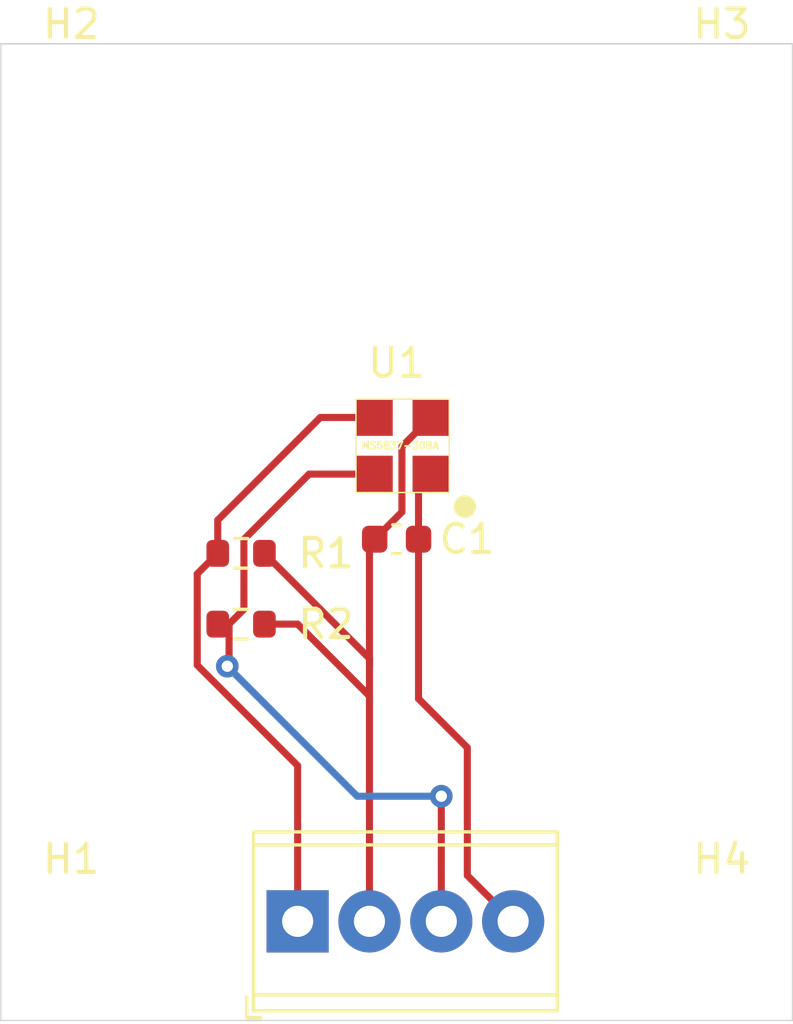
<source format=kicad_pcb>
(kicad_pcb (version 20171130) (host pcbnew "(5.1.12)-1")

  (general
    (thickness 1.6)
    (drawings 4)
    (tracks 34)
    (zones 0)
    (modules 9)
    (nets 5)
  )

  (page A4)
  (layers
    (0 F.Cu signal)
    (31 B.Cu signal)
    (32 B.Adhes user)
    (33 F.Adhes user)
    (34 B.Paste user)
    (35 F.Paste user)
    (36 B.SilkS user)
    (37 F.SilkS user)
    (38 B.Mask user)
    (39 F.Mask user)
    (40 Dwgs.User user)
    (41 Cmts.User user)
    (42 Eco1.User user)
    (43 Eco2.User user)
    (44 Edge.Cuts user)
    (45 Margin user)
    (46 B.CrtYd user)
    (47 F.CrtYd user)
    (48 B.Fab user)
    (49 F.Fab user)
  )

  (setup
    (last_trace_width 0.25)
    (trace_clearance 0.2)
    (zone_clearance 0.508)
    (zone_45_only no)
    (trace_min 0.2)
    (via_size 0.8)
    (via_drill 0.4)
    (via_min_size 0.4)
    (via_min_drill 0.3)
    (uvia_size 0.3)
    (uvia_drill 0.1)
    (uvias_allowed no)
    (uvia_min_size 0.2)
    (uvia_min_drill 0.1)
    (edge_width 0.05)
    (segment_width 0.2)
    (pcb_text_width 0.3)
    (pcb_text_size 1.5 1.5)
    (mod_edge_width 0.12)
    (mod_text_size 1 1)
    (mod_text_width 0.15)
    (pad_size 1.3 1.3)
    (pad_drill 0)
    (pad_to_mask_clearance 0)
    (aux_axis_origin 0 0)
    (visible_elements 7FFDFF7F)
    (pcbplotparams
      (layerselection 0x010fc_ffffffff)
      (usegerberextensions true)
      (usegerberattributes true)
      (usegerberadvancedattributes false)
      (creategerberjobfile false)
      (excludeedgelayer true)
      (linewidth 0.100000)
      (plotframeref false)
      (viasonmask false)
      (mode 1)
      (useauxorigin false)
      (hpglpennumber 1)
      (hpglpenspeed 20)
      (hpglpendiameter 15.000000)
      (psnegative false)
      (psa4output false)
      (plotreference true)
      (plotvalue false)
      (plotinvisibletext false)
      (padsonsilk false)
      (subtractmaskfromsilk true)
      (outputformat 1)
      (mirror false)
      (drillshape 0)
      (scaleselection 1)
      (outputdirectory "gerbers_single/"))
  )

  (net 0 "")
  (net 1 "Net-(J1-Pad3)")
  (net 2 +3V3)
  (net 3 GND)
  (net 4 "Net-(J1-Pad1)")

  (net_class Default "This is the default net class."
    (clearance 0.2)
    (trace_width 0.25)
    (via_dia 0.8)
    (via_drill 0.4)
    (uvia_dia 0.3)
    (uvia_drill 0.1)
    (add_net +3V3)
    (add_net GND)
    (add_net "Net-(J1-Pad1)")
    (add_net "Net-(J1-Pad3)")
  )

  (module Capacitor_SMD:C_0603_1608Metric (layer F.Cu) (tedit 5F68FEEE) (tstamp 62FBDE86)
    (at 103.5 66.5 180)
    (descr "Capacitor SMD 0603 (1608 Metric), square (rectangular) end terminal, IPC_7351 nominal, (Body size source: IPC-SM-782 page 76, https://www.pcb-3d.com/wordpress/wp-content/uploads/ipc-sm-782a_amendment_1_and_2.pdf), generated with kicad-footprint-generator")
    (tags capacitor)
    (path /61DDC55B)
    (attr smd)
    (fp_text reference C1 (at -2.5 0) (layer F.SilkS)
      (effects (font (size 1 1) (thickness 0.15)))
    )
    (fp_text value 06034C104KAT2A (at 0 1.43) (layer F.Fab)
      (effects (font (size 1 1) (thickness 0.15)))
    )
    (fp_line (start -0.8 0.4) (end -0.8 -0.4) (layer F.Fab) (width 0.1))
    (fp_line (start -0.8 -0.4) (end 0.8 -0.4) (layer F.Fab) (width 0.1))
    (fp_line (start 0.8 -0.4) (end 0.8 0.4) (layer F.Fab) (width 0.1))
    (fp_line (start 0.8 0.4) (end -0.8 0.4) (layer F.Fab) (width 0.1))
    (fp_line (start -0.14058 -0.51) (end 0.14058 -0.51) (layer F.SilkS) (width 0.12))
    (fp_line (start -0.14058 0.51) (end 0.14058 0.51) (layer F.SilkS) (width 0.12))
    (fp_line (start -1.48 0.73) (end -1.48 -0.73) (layer F.CrtYd) (width 0.05))
    (fp_line (start -1.48 -0.73) (end 1.48 -0.73) (layer F.CrtYd) (width 0.05))
    (fp_line (start 1.48 -0.73) (end 1.48 0.73) (layer F.CrtYd) (width 0.05))
    (fp_line (start 1.48 0.73) (end -1.48 0.73) (layer F.CrtYd) (width 0.05))
    (fp_text user %R (at 0 0) (layer F.Fab)
      (effects (font (size 0.4 0.4) (thickness 0.06)))
    )
    (pad 1 smd roundrect (at -0.775 0 180) (size 0.9 0.95) (layers F.Cu F.Paste F.Mask) (roundrect_rratio 0.25)
      (net 3 GND))
    (pad 2 smd roundrect (at 0.775 0 180) (size 0.9 0.95) (layers F.Cu F.Paste F.Mask) (roundrect_rratio 0.25)
      (net 2 +3V3))
    (model ${KISYS3DMOD}/Capacitor_SMD.3dshapes/C_0603_1608Metric.wrl
      (at (xyz 0 0 0))
      (scale (xyz 1 1 1))
      (rotate (xyz 0 0 0))
    )
  )

  (module MountingHole:MountingHole_2.1mm (layer F.Cu) (tedit 5B924765) (tstamp 62FBDE8E)
    (at 92 81)
    (descr "Mounting Hole 2.1mm, no annular")
    (tags "mounting hole 2.1mm no annular")
    (path /622362FB)
    (attr virtual)
    (fp_text reference H1 (at 0 -3.2) (layer F.SilkS)
      (effects (font (size 1 1) (thickness 0.15)))
    )
    (fp_text value MountingHole (at 0 3.2) (layer F.Fab)
      (effects (font (size 1 1) (thickness 0.15)))
    )
    (fp_circle (center 0 0) (end 2.35 0) (layer F.CrtYd) (width 0.05))
    (fp_circle (center 0 0) (end 2.1 0) (layer Cmts.User) (width 0.15))
    (fp_text user %R (at 0.3 0) (layer F.Fab)
      (effects (font (size 1 1) (thickness 0.15)))
    )
    (pad "" np_thru_hole circle (at 0 0) (size 2.1 2.1) (drill 2.1) (layers *.Cu *.Mask))
  )

  (module MountingHole:MountingHole_2.1mm (layer F.Cu) (tedit 5B924765) (tstamp 62FBDE96)
    (at 92 51.5)
    (descr "Mounting Hole 2.1mm, no annular")
    (tags "mounting hole 2.1mm no annular")
    (path /62235261)
    (attr virtual)
    (fp_text reference H2 (at 0 -3.2) (layer F.SilkS)
      (effects (font (size 1 1) (thickness 0.15)))
    )
    (fp_text value MountingHole (at 0 3.2) (layer F.Fab)
      (effects (font (size 1 1) (thickness 0.15)))
    )
    (fp_circle (center 0 0) (end 2.1 0) (layer Cmts.User) (width 0.15))
    (fp_circle (center 0 0) (end 2.35 0) (layer F.CrtYd) (width 0.05))
    (fp_text user %R (at 0.3 0) (layer F.Fab)
      (effects (font (size 1 1) (thickness 0.15)))
    )
    (pad "" np_thru_hole circle (at 0 0) (size 2.1 2.1) (drill 2.1) (layers *.Cu *.Mask))
  )

  (module MountingHole:MountingHole_2.1mm (layer F.Cu) (tedit 5B924765) (tstamp 62FBDE9E)
    (at 115 51.5)
    (descr "Mounting Hole 2.1mm, no annular")
    (tags "mounting hole 2.1mm no annular")
    (path /6223735B)
    (attr virtual)
    (fp_text reference H3 (at 0 -3.2) (layer F.SilkS)
      (effects (font (size 1 1) (thickness 0.15)))
    )
    (fp_text value MountingHole (at 0 3.2) (layer F.Fab)
      (effects (font (size 1 1) (thickness 0.15)))
    )
    (fp_circle (center 0 0) (end 2.1 0) (layer Cmts.User) (width 0.15))
    (fp_circle (center 0 0) (end 2.35 0) (layer F.CrtYd) (width 0.05))
    (fp_text user %R (at 0.3 0) (layer F.Fab)
      (effects (font (size 1 1) (thickness 0.15)))
    )
    (pad "" np_thru_hole circle (at 0 0) (size 2.1 2.1) (drill 2.1) (layers *.Cu *.Mask))
  )

  (module MountingHole:MountingHole_2.1mm (layer F.Cu) (tedit 5B924765) (tstamp 62FBDEA6)
    (at 115 81)
    (descr "Mounting Hole 2.1mm, no annular")
    (tags "mounting hole 2.1mm no annular")
    (path /62237A3E)
    (attr virtual)
    (fp_text reference H4 (at 0 -3.2) (layer F.SilkS)
      (effects (font (size 1 1) (thickness 0.15)))
    )
    (fp_text value MountingHole (at 0 3.2) (layer F.Fab)
      (effects (font (size 1 1) (thickness 0.15)))
    )
    (fp_circle (center 0 0) (end 2.35 0) (layer F.CrtYd) (width 0.05))
    (fp_circle (center 0 0) (end 2.1 0) (layer Cmts.User) (width 0.15))
    (fp_text user %R (at 0.3 0) (layer F.Fab)
      (effects (font (size 1 1) (thickness 0.15)))
    )
    (pad "" np_thru_hole circle (at 0 0) (size 2.1 2.1) (drill 2.1) (layers *.Cu *.Mask))
  )

  (module TerminalBlock_Phoenix:TerminalBlock_Phoenix_MPT-0,5-4-2.54_1x04_P2.54mm_Horizontal (layer F.Cu) (tedit 5B294F98) (tstamp 62FBDECE)
    (at 100 80)
    (descr "Terminal Block Phoenix MPT-0,5-4-2.54, 4 pins, pitch 2.54mm, size 10.6x6.2mm^2, drill diamater 1.1mm, pad diameter 2.2mm, see http://www.mouser.com/ds/2/324/ItemDetail_1725672-916605.pdf, script-generated using https://github.com/pointhi/kicad-footprint-generator/scripts/TerminalBlock_Phoenix")
    (tags "THT Terminal Block Phoenix MPT-0,5-4-2.54 pitch 2.54mm size 10.6x6.2mm^2 drill 1.1mm pad 2.2mm")
    (path /63064D5E)
    (fp_text reference J1 (at 4 -2) (layer F.SilkS) hide
      (effects (font (size 1 1) (thickness 0.15)))
    )
    (fp_text value Screw_Terminal_01x04 (at 3.81 4.16) (layer F.Fab)
      (effects (font (size 1 1) (thickness 0.15)))
    )
    (fp_circle (center 0 0) (end 1.1 0) (layer F.Fab) (width 0.1))
    (fp_circle (center 2.54 0) (end 3.64 0) (layer F.Fab) (width 0.1))
    (fp_circle (center 5.08 0) (end 6.18 0) (layer F.Fab) (width 0.1))
    (fp_circle (center 7.62 0) (end 8.72 0) (layer F.Fab) (width 0.1))
    (fp_line (start -1.5 -3.1) (end 9.12 -3.1) (layer F.Fab) (width 0.1))
    (fp_line (start 9.12 -3.1) (end 9.12 3.1) (layer F.Fab) (width 0.1))
    (fp_line (start 9.12 3.1) (end -1 3.1) (layer F.Fab) (width 0.1))
    (fp_line (start -1 3.1) (end -1.5 2.6) (layer F.Fab) (width 0.1))
    (fp_line (start -1.5 2.6) (end -1.5 -3.1) (layer F.Fab) (width 0.1))
    (fp_line (start -1.5 2.6) (end 9.12 2.6) (layer F.Fab) (width 0.1))
    (fp_line (start -1.56 2.6) (end 9.18 2.6) (layer F.SilkS) (width 0.12))
    (fp_line (start -1.5 -2.7) (end 9.12 -2.7) (layer F.Fab) (width 0.1))
    (fp_line (start -1.56 -2.7) (end 9.18 -2.7) (layer F.SilkS) (width 0.12))
    (fp_line (start -1.56 -3.16) (end 9.18 -3.16) (layer F.SilkS) (width 0.12))
    (fp_line (start -1.56 3.16) (end 9.18 3.16) (layer F.SilkS) (width 0.12))
    (fp_line (start -1.56 -3.16) (end -1.56 3.16) (layer F.SilkS) (width 0.12))
    (fp_line (start 9.18 -3.16) (end 9.18 3.16) (layer F.SilkS) (width 0.12))
    (fp_line (start 0.835 -0.7) (end -0.701 0.835) (layer F.Fab) (width 0.1))
    (fp_line (start 0.701 -0.835) (end -0.835 0.7) (layer F.Fab) (width 0.1))
    (fp_line (start 3.375 -0.7) (end 1.84 0.835) (layer F.Fab) (width 0.1))
    (fp_line (start 3.241 -0.835) (end 1.706 0.7) (layer F.Fab) (width 0.1))
    (fp_line (start 5.915 -0.7) (end 4.38 0.835) (layer F.Fab) (width 0.1))
    (fp_line (start 5.781 -0.835) (end 4.246 0.7) (layer F.Fab) (width 0.1))
    (fp_line (start 8.455 -0.7) (end 6.92 0.835) (layer F.Fab) (width 0.1))
    (fp_line (start 8.321 -0.835) (end 6.786 0.7) (layer F.Fab) (width 0.1))
    (fp_line (start -1.8 2.66) (end -1.8 3.4) (layer F.SilkS) (width 0.12))
    (fp_line (start -1.8 3.4) (end -1.3 3.4) (layer F.SilkS) (width 0.12))
    (fp_line (start -2 -3.6) (end -2 3.6) (layer F.CrtYd) (width 0.05))
    (fp_line (start -2 3.6) (end 9.63 3.6) (layer F.CrtYd) (width 0.05))
    (fp_line (start 9.63 3.6) (end 9.63 -3.6) (layer F.CrtYd) (width 0.05))
    (fp_line (start 9.63 -3.6) (end -2 -3.6) (layer F.CrtYd) (width 0.05))
    (fp_text user %R (at 3.81 2) (layer F.Fab)
      (effects (font (size 1 1) (thickness 0.15)))
    )
    (pad 1 thru_hole rect (at 0 0) (size 2.2 2.2) (drill 1.1) (layers *.Cu *.Mask)
      (net 4 "Net-(J1-Pad1)"))
    (pad 2 thru_hole circle (at 2.54 0) (size 2.2 2.2) (drill 1.1) (layers *.Cu *.Mask)
      (net 2 +3V3))
    (pad 3 thru_hole circle (at 5.08 0) (size 2.2 2.2) (drill 1.1) (layers *.Cu *.Mask)
      (net 1 "Net-(J1-Pad3)"))
    (pad 4 thru_hole circle (at 7.62 0) (size 2.2 2.2) (drill 1.1) (layers *.Cu *.Mask)
      (net 3 GND))
    (model ${KISYS3DMOD}/TerminalBlock_Phoenix.3dshapes/TerminalBlock_Phoenix_MPT-0,5-4-2.54_1x04_P2.54mm_Horizontal.wrl
      (at (xyz 0 0 0))
      (scale (xyz 1 1 1))
      (rotate (xyz 0 0 0))
    )
  )

  (module Resistor_SMD:R_0603_1608Metric (layer F.Cu) (tedit 5F68FEEE) (tstamp 62FBDEDF)
    (at 98 69.5 180)
    (descr "Resistor SMD 0603 (1608 Metric), square (rectangular) end terminal, IPC_7351 nominal, (Body size source: IPC-SM-782 page 72, https://www.pcb-3d.com/wordpress/wp-content/uploads/ipc-sm-782a_amendment_1_and_2.pdf), generated with kicad-footprint-generator")
    (tags resistor)
    (path /61DDC56B)
    (attr smd)
    (fp_text reference R2 (at -3 0) (layer F.SilkS)
      (effects (font (size 1 1) (thickness 0.15)))
    )
    (fp_text value R (at 0 1.43) (layer F.Fab)
      (effects (font (size 1 1) (thickness 0.15)))
    )
    (fp_line (start -0.8 0.4125) (end -0.8 -0.4125) (layer F.Fab) (width 0.1))
    (fp_line (start -0.8 -0.4125) (end 0.8 -0.4125) (layer F.Fab) (width 0.1))
    (fp_line (start 0.8 -0.4125) (end 0.8 0.4125) (layer F.Fab) (width 0.1))
    (fp_line (start 0.8 0.4125) (end -0.8 0.4125) (layer F.Fab) (width 0.1))
    (fp_line (start -0.237258 -0.5225) (end 0.237258 -0.5225) (layer F.SilkS) (width 0.12))
    (fp_line (start -0.237258 0.5225) (end 0.237258 0.5225) (layer F.SilkS) (width 0.12))
    (fp_line (start -1.48 0.73) (end -1.48 -0.73) (layer F.CrtYd) (width 0.05))
    (fp_line (start -1.48 -0.73) (end 1.48 -0.73) (layer F.CrtYd) (width 0.05))
    (fp_line (start 1.48 -0.73) (end 1.48 0.73) (layer F.CrtYd) (width 0.05))
    (fp_line (start 1.48 0.73) (end -1.48 0.73) (layer F.CrtYd) (width 0.05))
    (fp_text user %R (at 0 0) (layer F.Fab)
      (effects (font (size 0.4 0.4) (thickness 0.06)))
    )
    (pad 1 smd roundrect (at -0.825 0 180) (size 0.8 0.95) (layers F.Cu F.Paste F.Mask) (roundrect_rratio 0.25)
      (net 2 +3V3))
    (pad 2 smd roundrect (at 0.825 0 180) (size 0.8 0.95) (layers F.Cu F.Paste F.Mask) (roundrect_rratio 0.25)
      (net 1 "Net-(J1-Pad3)"))
    (model ${KISYS3DMOD}/Resistor_SMD.3dshapes/R_0603_1608Metric.wrl
      (at (xyz 0 0 0))
      (scale (xyz 1 1 1))
      (rotate (xyz 0 0 0))
    )
  )

  (module Resistor_SMD:R_0603_1608Metric (layer F.Cu) (tedit 5F68FEEE) (tstamp 62FBDEF0)
    (at 98 67 180)
    (descr "Resistor SMD 0603 (1608 Metric), square (rectangular) end terminal, IPC_7351 nominal, (Body size source: IPC-SM-782 page 72, https://www.pcb-3d.com/wordpress/wp-content/uploads/ipc-sm-782a_amendment_1_and_2.pdf), generated with kicad-footprint-generator")
    (tags resistor)
    (path /61DDC565)
    (attr smd)
    (fp_text reference R1 (at -3 0) (layer F.SilkS)
      (effects (font (size 1 1) (thickness 0.15)))
    )
    (fp_text value R (at 0 1.43) (layer F.Fab)
      (effects (font (size 1 1) (thickness 0.15)))
    )
    (fp_line (start 1.48 0.73) (end -1.48 0.73) (layer F.CrtYd) (width 0.05))
    (fp_line (start 1.48 -0.73) (end 1.48 0.73) (layer F.CrtYd) (width 0.05))
    (fp_line (start -1.48 -0.73) (end 1.48 -0.73) (layer F.CrtYd) (width 0.05))
    (fp_line (start -1.48 0.73) (end -1.48 -0.73) (layer F.CrtYd) (width 0.05))
    (fp_line (start -0.237258 0.5225) (end 0.237258 0.5225) (layer F.SilkS) (width 0.12))
    (fp_line (start -0.237258 -0.5225) (end 0.237258 -0.5225) (layer F.SilkS) (width 0.12))
    (fp_line (start 0.8 0.4125) (end -0.8 0.4125) (layer F.Fab) (width 0.1))
    (fp_line (start 0.8 -0.4125) (end 0.8 0.4125) (layer F.Fab) (width 0.1))
    (fp_line (start -0.8 -0.4125) (end 0.8 -0.4125) (layer F.Fab) (width 0.1))
    (fp_line (start -0.8 0.4125) (end -0.8 -0.4125) (layer F.Fab) (width 0.1))
    (fp_text user %R (at 0 0) (layer F.Fab)
      (effects (font (size 0.4 0.4) (thickness 0.06)))
    )
    (pad 2 smd roundrect (at 0.825 0 180) (size 0.8 0.95) (layers F.Cu F.Paste F.Mask) (roundrect_rratio 0.25)
      (net 4 "Net-(J1-Pad1)"))
    (pad 1 smd roundrect (at -0.825 0 180) (size 0.8 0.95) (layers F.Cu F.Paste F.Mask) (roundrect_rratio 0.25)
      (net 2 +3V3))
    (model ${KISYS3DMOD}/Resistor_SMD.3dshapes/R_0603_1608Metric.wrl
      (at (xyz 0 0 0))
      (scale (xyz 1 1 1))
      (rotate (xyz 0 0 0))
    )
  )

  (module HighPressureSensorArray_Footprints:MS5837-30B (layer F.Cu) (tedit 619693FA) (tstamp 62FBDF02)
    (at 103.5 59)
    (path /61DDC54F)
    (fp_text reference U1 (at 0 1.27) (layer F.SilkS)
      (effects (font (size 1 1) (thickness 0.15)))
    )
    (fp_text value MS5837 (at 0 -0.5) (layer F.Fab)
      (effects (font (size 1 1) (thickness 0.15)))
    )
    (fp_line (start -1.524 2.469) (end 1.926 2.469) (layer F.CrtYd) (width 0.05))
    (fp_line (start -1.524 2.469) (end -1.524 5.969) (layer F.CrtYd) (width 0.05))
    (fp_line (start -1.524 5.969) (end 1.926 5.969) (layer F.CrtYd) (width 0.05))
    (fp_line (start 1.926 2.469) (end 1.926 5.969) (layer F.CrtYd) (width 0.05))
    (fp_circle (center 2.413 6.35) (end 2.613 6.35) (layer F.SilkS) (width 0.4))
    (fp_line (start -1.4374 2.5504) (end -1.4374 5.8504) (layer F.SilkS) (width 0.05))
    (fp_line (start -1.4374 2.5504) (end 1.8626 2.5504) (layer F.SilkS) (width 0.05))
    (fp_line (start -1.4374 5.8504) (end 1.8626 5.8504) (layer F.SilkS) (width 0.05))
    (fp_line (start 1.8626 2.5504) (end 1.8626 5.8504) (layer F.SilkS) (width 0.05))
    (fp_text user MS5837-30BA (at 0.127 4.191) (layer F.SilkS)
      (effects (font (size 0.25 0.25) (thickness 0.0625)))
    )
    (pad 4 smd rect (at -0.7874 5.2004) (size 1.3 1.3) (layers F.Cu F.Paste F.Mask)
      (net 1 "Net-(J1-Pad3)"))
    (pad 3 smd rect (at -0.7874 3.2004) (size 1.3 1.3) (layers F.Cu F.Paste F.Mask)
      (net 4 "Net-(J1-Pad1)"))
    (pad 1 smd rect (at 1.2126 5.2004) (size 1.3 1.3) (layers F.Cu F.Paste F.Mask)
      (net 3 GND))
    (pad 2 smd rect (at 1.2126 3.2004) (size 1.3 1.3) (layers F.Cu F.Paste F.Mask)
      (net 2 +3V3))
    (model "C:/Users/Aiden/Documents/KiCAD/Underwater Tactile Sensor/V1/MS5837-30BA .step"
      (offset (xyz 0.2 -4.2 0))
      (scale (xyz 1 1 1))
      (rotate (xyz 0 0 0))
    )
  )

  (gr_line (start 89.5 83.5) (end 117.5 83.5) (layer Edge.Cuts) (width 0.05) (tstamp 62FBEAC3))
  (gr_line (start 89.5 49) (end 89.5 83.5) (layer Edge.Cuts) (width 0.05) (tstamp 62FBE9F9))
  (gr_line (start 117.5 49) (end 89.5 49) (layer Edge.Cuts) (width 0.05))
  (gr_line (start 117.5 83.5) (end 117.5 49) (layer Edge.Cuts) (width 0.05))

  (segment (start 100.407122 64.2004) (end 102.7126 64.2004) (width 0.25) (layer F.Cu) (net 1))
  (segment (start 98.09999 66.507532) (end 100.407122 64.2004) (width 0.25) (layer F.Cu) (net 1))
  (segment (start 98.09999 68.97501) (end 98.09999 66.507532) (width 0.25) (layer F.Cu) (net 1))
  (segment (start 97.575 69.5) (end 98.09999 68.97501) (width 0.25) (layer F.Cu) (net 1))
  (segment (start 105.08 80) (end 105.08 75.58) (width 0.25) (layer F.Cu) (net 1))
  (via (at 105.08 75.58) (size 0.8) (drill 0.4) (layers F.Cu B.Cu) (net 1))
  (segment (start 97.175 69.5) (end 97.575 69.5) (width 0.25) (layer F.Cu) (net 1))
  (via (at 97.512653 70.987333) (size 0.8) (drill 0.4) (layers F.Cu B.Cu) (net 1))
  (segment (start 102.10532 75.58) (end 97.512653 70.987333) (width 0.25) (layer B.Cu) (net 1))
  (segment (start 97.575 69.5) (end 97.575 70.924986) (width 0.25) (layer F.Cu) (net 1))
  (segment (start 97.575 70.924986) (end 97.512653 70.987333) (width 0.25) (layer F.Cu) (net 1))
  (segment (start 105.08 75.58) (end 102.10532 75.58) (width 0.25) (layer B.Cu) (net 1))
  (segment (start 102.54 66.685) (end 102.725 66.5) (width 0.25) (layer F.Cu) (net 2))
  (segment (start 102.54 80) (end 102.54 66.685) (width 0.25) (layer F.Cu) (net 2))
  (segment (start 103.687601 63.225399) (end 104.7126 62.2004) (width 0.25) (layer F.Cu) (net 2))
  (segment (start 103.687601 65.537399) (end 103.687601 63.225399) (width 0.25) (layer F.Cu) (net 2))
  (segment (start 102.725 66.5) (end 103.687601 65.537399) (width 0.25) (layer F.Cu) (net 2))
  (segment (start 102.54 70.715) (end 102.54 70.96) (width 0.25) (layer F.Cu) (net 2))
  (segment (start 98.825 67) (end 102.54 70.715) (width 0.25) (layer F.Cu) (net 2))
  (segment (start 100 69.5) (end 102.5 72) (width 0.25) (layer F.Cu) (net 2))
  (segment (start 98.825 69.5) (end 100 69.5) (width 0.25) (layer F.Cu) (net 2))
  (segment (start 104.275 64.638) (end 104.7126 64.2004) (width 0.25) (layer F.Cu) (net 3))
  (segment (start 104.275 66.5) (end 104.275 64.638) (width 0.25) (layer F.Cu) (net 3))
  (segment (start 104.275 72.1375) (end 104.275 66.5) (width 0.25) (layer F.Cu) (net 3))
  (segment (start 106 73.8625) (end 104.275 72.1375) (width 0.25) (layer F.Cu) (net 3))
  (segment (start 106 78.38) (end 106 73.8625) (width 0.25) (layer F.Cu) (net 3))
  (segment (start 107.62 80) (end 106 78.38) (width 0.25) (layer F.Cu) (net 3))
  (segment (start 100.7996 62.2004) (end 102.7126 62.2004) (width 0.25) (layer F.Cu) (net 4))
  (segment (start 97.175 65.825) (end 100.7996 62.2004) (width 0.25) (layer F.Cu) (net 4))
  (segment (start 97.175 67) (end 97.175 65.825) (width 0.25) (layer F.Cu) (net 4))
  (segment (start 96.44999 67.72501) (end 97.175 67) (width 0.25) (layer F.Cu) (net 4))
  (segment (start 100 74.5) (end 96.44999 70.94999) (width 0.25) (layer F.Cu) (net 4))
  (segment (start 96.44999 70.94999) (end 96.44999 67.72501) (width 0.25) (layer F.Cu) (net 4))
  (segment (start 100 80) (end 100 74.5) (width 0.25) (layer F.Cu) (net 4))

)

</source>
